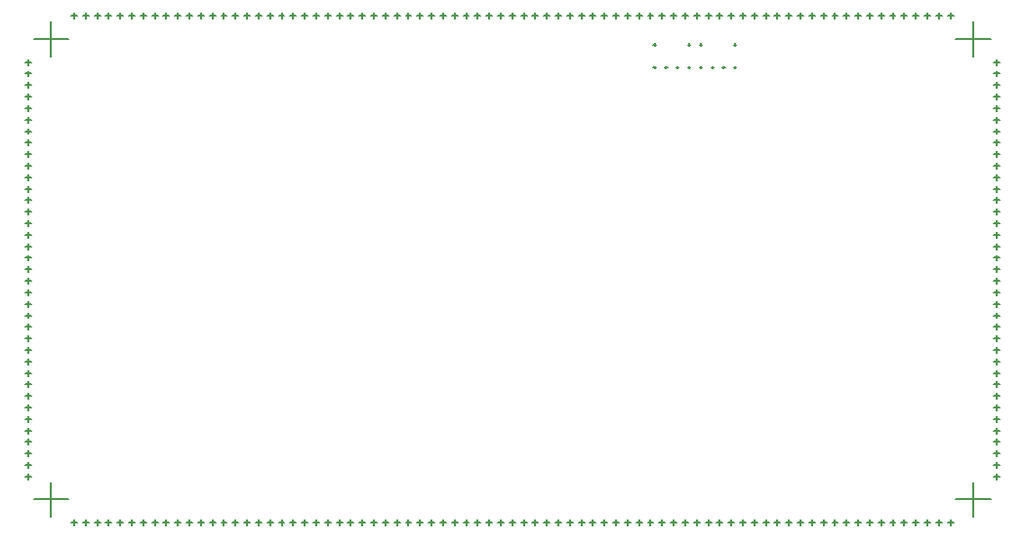
<source format=gbr>
%TF.GenerationSoftware,Altium Limited,Altium Designer,20.0.13 (296)*%
G04 Layer_Color=128*
%FSLAX26Y26*%
%MOIN*%
%TF.FileFunction,Drillmap*%
%TF.Part,Single*%
G01*
G75*
%TA.AperFunction,NonConductor*%
%ADD93C,0.005000*%
D93*
X3021654Y-78740D02*
X3041339D01*
X3031496Y-88583D02*
Y-68898D01*
X3061024Y-78740D02*
X3080709D01*
X3070866Y-88583D02*
Y-68898D01*
X2982284Y-78740D02*
X3001969D01*
X2992126Y-88583D02*
Y-68898D01*
X2942914Y-78740D02*
X2962599D01*
X2952756Y-88583D02*
Y-68898D01*
X2903544Y-78740D02*
X2923229D01*
X2913386Y-88583D02*
Y-68898D01*
X2864174Y-78740D02*
X2883859D01*
X2874016Y-88583D02*
Y-68898D01*
X2667324Y-78740D02*
X2687009D01*
X2677166Y-88583D02*
Y-68898D01*
X2706694Y-78740D02*
X2726379D01*
X2716536Y-88583D02*
Y-68898D01*
X2746064Y-78740D02*
X2765749D01*
X2755906Y-88583D02*
Y-68898D01*
X2785434Y-78740D02*
X2805119D01*
X2795276Y-88583D02*
Y-68898D01*
X2824804Y-78740D02*
X2844489D01*
X2834646Y-88583D02*
Y-68898D01*
X2431104Y-78740D02*
X2450789D01*
X2440946Y-88583D02*
Y-68898D01*
X2391734Y-78740D02*
X2411419D01*
X2401576Y-88583D02*
Y-68898D01*
X2352364Y-78740D02*
X2372049D01*
X2362206Y-88583D02*
Y-68898D01*
X2312994Y-78740D02*
X2332679D01*
X2322836Y-88583D02*
Y-68898D01*
X2273624Y-78740D02*
X2293309D01*
X2283466Y-88583D02*
Y-68898D01*
X2470474Y-78740D02*
X2490159D01*
X2480316Y-88583D02*
Y-68898D01*
X2509844Y-78740D02*
X2529529D01*
X2519686Y-88583D02*
Y-68898D01*
X2549214Y-78740D02*
X2568899D01*
X2559056Y-88583D02*
Y-68898D01*
X2588584Y-78740D02*
X2608269D01*
X2598426Y-88583D02*
Y-68898D01*
X2627954Y-78740D02*
X2647639D01*
X2637796Y-88583D02*
Y-68898D01*
X2037404Y-78740D02*
X2057089D01*
X2047246Y-88583D02*
Y-68898D01*
X1998034Y-78740D02*
X2017719D01*
X2007876Y-88583D02*
Y-68898D01*
X1958664Y-78740D02*
X1978349D01*
X1968506Y-88583D02*
Y-68898D01*
X1919294Y-78740D02*
X1938979D01*
X1929136Y-88583D02*
Y-68898D01*
X1879924Y-78740D02*
X1899609D01*
X1889766Y-88583D02*
Y-68898D01*
X2076774Y-78740D02*
X2096459D01*
X2086616Y-88583D02*
Y-68898D01*
X2116144Y-78740D02*
X2135829D01*
X2125986Y-88583D02*
Y-68898D01*
X2155514Y-78740D02*
X2175199D01*
X2165356Y-88583D02*
Y-68898D01*
X2194884Y-78740D02*
X2214569D01*
X2204726Y-88583D02*
Y-68898D01*
X2234254Y-78740D02*
X2253939D01*
X2244096Y-88583D02*
Y-68898D01*
X1643704Y-78740D02*
X1663389D01*
X1653546Y-88583D02*
Y-68898D01*
X1604334Y-78740D02*
X1624019D01*
X1614176Y-88583D02*
Y-68898D01*
X1564964Y-78740D02*
X1584649D01*
X1574806Y-88583D02*
Y-68898D01*
X1525594Y-78740D02*
X1545279D01*
X1535436Y-88583D02*
Y-68898D01*
X1486224Y-78740D02*
X1505909D01*
X1496066Y-88583D02*
Y-68898D01*
X1683074Y-78740D02*
X1702759D01*
X1692916Y-88583D02*
Y-68898D01*
X1722444Y-78740D02*
X1742129D01*
X1732286Y-88583D02*
Y-68898D01*
X1761814Y-78740D02*
X1781499D01*
X1771656Y-88583D02*
Y-68898D01*
X1801184Y-78740D02*
X1820869D01*
X1811026Y-88583D02*
Y-68898D01*
X1840554Y-78740D02*
X1860239D01*
X1850396Y-88583D02*
Y-68898D01*
X1250004Y-78740D02*
X1269689D01*
X1259846Y-88583D02*
Y-68898D01*
X1210634Y-78740D02*
X1230319D01*
X1220476Y-88583D02*
Y-68898D01*
X1171264Y-78740D02*
X1190949D01*
X1181106Y-88583D02*
Y-68898D01*
X1131894Y-78740D02*
X1151579D01*
X1141736Y-88583D02*
Y-68898D01*
X1092524Y-78740D02*
X1112209D01*
X1102366Y-88583D02*
Y-68898D01*
X1289374Y-78740D02*
X1309059D01*
X1299216Y-88583D02*
Y-68898D01*
X1328744Y-78740D02*
X1348429D01*
X1338586Y-88583D02*
Y-68898D01*
X1368114Y-78740D02*
X1387799D01*
X1377956Y-88583D02*
Y-68898D01*
X1407484Y-78740D02*
X1427169D01*
X1417326Y-88583D02*
Y-68898D01*
X1446854Y-78740D02*
X1466539D01*
X1456696Y-88583D02*
Y-68898D01*
X856304Y-78740D02*
X875989D01*
X866146Y-88583D02*
Y-68898D01*
X816934Y-78740D02*
X836619D01*
X826776Y-88583D02*
Y-68898D01*
X777564Y-78740D02*
X797249D01*
X787406Y-88583D02*
Y-68898D01*
X738194Y-78740D02*
X757879D01*
X748036Y-88583D02*
Y-68898D01*
X698824Y-78740D02*
X718509D01*
X708666Y-88583D02*
Y-68898D01*
X895674Y-78740D02*
X915359D01*
X905516Y-88583D02*
Y-68898D01*
X935044Y-78740D02*
X954729D01*
X944886Y-88583D02*
Y-68898D01*
X974414Y-78740D02*
X994099D01*
X984256Y-88583D02*
Y-68898D01*
X1013784Y-78740D02*
X1033469D01*
X1023626Y-88583D02*
Y-68898D01*
X1053154Y-78740D02*
X1072839D01*
X1062996Y-88583D02*
Y-68898D01*
X462604Y-78740D02*
X482289D01*
X472446Y-88583D02*
Y-68898D01*
X423234Y-78740D02*
X442919D01*
X433076Y-88583D02*
Y-68898D01*
X383864Y-78740D02*
X403549D01*
X393706Y-88583D02*
Y-68898D01*
X344494Y-78740D02*
X364179D01*
X354336Y-88583D02*
Y-68898D01*
X305124Y-78740D02*
X324809D01*
X314966Y-88583D02*
Y-68898D01*
X501974Y-78740D02*
X521659D01*
X511816Y-88583D02*
Y-68898D01*
X541344Y-78740D02*
X561029D01*
X551186Y-88583D02*
Y-68898D01*
X580714Y-78740D02*
X600399D01*
X590556Y-88583D02*
Y-68898D01*
X620084Y-78740D02*
X639769D01*
X629926Y-88583D02*
Y-68898D01*
X659454Y-78740D02*
X679139D01*
X669296Y-88583D02*
Y-68898D01*
X68904Y-78740D02*
X88589D01*
X78746Y-88583D02*
Y-68898D01*
X108274Y-78740D02*
X127959D01*
X118116Y-88583D02*
Y-68898D01*
X147644Y-78740D02*
X167329D01*
X157486Y-88583D02*
Y-68898D01*
X187014Y-78740D02*
X206699D01*
X196856Y-88583D02*
Y-68898D01*
X226384Y-78740D02*
X246069D01*
X236226Y-88583D02*
Y-68898D01*
X265754Y-78740D02*
X285439D01*
X275596Y-88583D02*
Y-68898D01*
X2864168Y1653543D02*
X2883853D01*
X2874010Y1643701D02*
Y1663386D01*
X2903538Y1653543D02*
X2923223D01*
X2913380Y1643701D02*
Y1663386D01*
X2942908Y1653543D02*
X2962593D01*
X2952750Y1643701D02*
Y1663386D01*
X2982278Y1653543D02*
X3001963D01*
X2992120Y1643701D02*
Y1663386D01*
X3021648Y1653543D02*
X3041333D01*
X3031490Y1643701D02*
Y1663386D01*
X3061018Y1653543D02*
X3080703D01*
X3070860Y1643701D02*
Y1663386D01*
X2470468Y1653543D02*
X2490153D01*
X2480310Y1643701D02*
Y1663386D01*
X2509838Y1653543D02*
X2529523D01*
X2519680Y1643701D02*
Y1663386D01*
X2549208Y1653543D02*
X2568893D01*
X2559050Y1643701D02*
Y1663386D01*
X2588578Y1653543D02*
X2608263D01*
X2598420Y1643701D02*
Y1663386D01*
X2627948Y1653543D02*
X2647633D01*
X2637790Y1643701D02*
Y1663386D01*
X2824798Y1653543D02*
X2844483D01*
X2834640Y1643701D02*
Y1663386D01*
X2785428Y1653543D02*
X2805113D01*
X2795270Y1643701D02*
Y1663386D01*
X2746058Y1653543D02*
X2765743D01*
X2755900Y1643701D02*
Y1663386D01*
X2706688Y1653543D02*
X2726373D01*
X2716530Y1643701D02*
Y1663386D01*
X2667318Y1653543D02*
X2687003D01*
X2677160Y1643701D02*
Y1663386D01*
X2076768Y1653543D02*
X2096453D01*
X2086610Y1643701D02*
Y1663386D01*
X2116138Y1653543D02*
X2135823D01*
X2125980Y1643701D02*
Y1663386D01*
X2155508Y1653543D02*
X2175193D01*
X2165350Y1643701D02*
Y1663386D01*
X2194878Y1653543D02*
X2214563D01*
X2204720Y1643701D02*
Y1663386D01*
X2234248Y1653543D02*
X2253933D01*
X2244090Y1643701D02*
Y1663386D01*
X2431098Y1653543D02*
X2450783D01*
X2440940Y1643701D02*
Y1663386D01*
X2391728Y1653543D02*
X2411413D01*
X2401570Y1643701D02*
Y1663386D01*
X2352358Y1653543D02*
X2372043D01*
X2362200Y1643701D02*
Y1663386D01*
X2312988Y1653543D02*
X2332673D01*
X2322830Y1643701D02*
Y1663386D01*
X2273618Y1653543D02*
X2293303D01*
X2283460Y1643701D02*
Y1663386D01*
X1683068Y1653543D02*
X1702753D01*
X1692910Y1643701D02*
Y1663386D01*
X1722438Y1653543D02*
X1742123D01*
X1732280Y1643701D02*
Y1663386D01*
X1761808Y1653543D02*
X1781493D01*
X1771650Y1643701D02*
Y1663386D01*
X1801178Y1653543D02*
X1820863D01*
X1811020Y1643701D02*
Y1663386D01*
X1840548Y1653543D02*
X1860233D01*
X1850390Y1643701D02*
Y1663386D01*
X2037398Y1653543D02*
X2057083D01*
X2047240Y1643701D02*
Y1663386D01*
X1998028Y1653543D02*
X2017713D01*
X2007870Y1643701D02*
Y1663386D01*
X1958658Y1653543D02*
X1978343D01*
X1968500Y1643701D02*
Y1663386D01*
X1919288Y1653543D02*
X1938973D01*
X1929130Y1643701D02*
Y1663386D01*
X1879918Y1653543D02*
X1899603D01*
X1889760Y1643701D02*
Y1663386D01*
X1289368Y1653543D02*
X1309053D01*
X1299210Y1643701D02*
Y1663386D01*
X1328738Y1653543D02*
X1348423D01*
X1338580Y1643701D02*
Y1663386D01*
X1368108Y1653543D02*
X1387793D01*
X1377950Y1643701D02*
Y1663386D01*
X1407478Y1653543D02*
X1427163D01*
X1417320Y1643701D02*
Y1663386D01*
X1446848Y1653543D02*
X1466533D01*
X1456690Y1643701D02*
Y1663386D01*
X1643698Y1653543D02*
X1663383D01*
X1653540Y1643701D02*
Y1663386D01*
X1604328Y1653543D02*
X1624013D01*
X1614170Y1643701D02*
Y1663386D01*
X1564958Y1653543D02*
X1584643D01*
X1574800Y1643701D02*
Y1663386D01*
X1525588Y1653543D02*
X1545273D01*
X1535430Y1643701D02*
Y1663386D01*
X1486218Y1653543D02*
X1505903D01*
X1496060Y1643701D02*
Y1663386D01*
X895668Y1653543D02*
X915353D01*
X905510Y1643701D02*
Y1663386D01*
X935038Y1653543D02*
X954723D01*
X944880Y1643701D02*
Y1663386D01*
X974408Y1653543D02*
X994093D01*
X984250Y1643701D02*
Y1663386D01*
X1013778Y1653543D02*
X1033463D01*
X1023620Y1643701D02*
Y1663386D01*
X1053148Y1653543D02*
X1072833D01*
X1062990Y1643701D02*
Y1663386D01*
X1249998Y1653543D02*
X1269683D01*
X1259840Y1643701D02*
Y1663386D01*
X1210628Y1653543D02*
X1230313D01*
X1220470Y1643701D02*
Y1663386D01*
X1171258Y1653543D02*
X1190943D01*
X1181100Y1643701D02*
Y1663386D01*
X1131888Y1653543D02*
X1151573D01*
X1141730Y1643701D02*
Y1663386D01*
X1092518Y1653543D02*
X1112203D01*
X1102360Y1643701D02*
Y1663386D01*
X501968Y1653543D02*
X521653D01*
X511810Y1643701D02*
Y1663386D01*
X541338Y1653543D02*
X561023D01*
X551180Y1643701D02*
Y1663386D01*
X580708Y1653543D02*
X600393D01*
X590550Y1643701D02*
Y1663386D01*
X620078Y1653543D02*
X639763D01*
X629920Y1643701D02*
Y1663386D01*
X659448Y1653543D02*
X679133D01*
X669290Y1643701D02*
Y1663386D01*
X856298Y1653543D02*
X875983D01*
X866140Y1643701D02*
Y1663386D01*
X816928Y1653543D02*
X836613D01*
X826770Y1643701D02*
Y1663386D01*
X777558Y1653543D02*
X797243D01*
X787400Y1643701D02*
Y1663386D01*
X738188Y1653543D02*
X757873D01*
X748030Y1643701D02*
Y1663386D01*
X698818Y1653543D02*
X718503D01*
X708660Y1643701D02*
Y1663386D01*
X305118Y1653543D02*
X324803D01*
X314960Y1643701D02*
Y1663386D01*
X344488Y1653543D02*
X364173D01*
X354330Y1643701D02*
Y1663386D01*
X383858Y1653543D02*
X403543D01*
X393700Y1643701D02*
Y1663386D01*
X423228Y1653543D02*
X442913D01*
X433070Y1643701D02*
Y1663386D01*
X462598Y1653543D02*
X482283D01*
X472440Y1643701D02*
Y1663386D01*
X265748Y1653543D02*
X285433D01*
X275590Y1643701D02*
Y1663386D01*
X226378Y1653543D02*
X246063D01*
X236220Y1643701D02*
Y1663386D01*
X187008Y1653543D02*
X206693D01*
X196850Y1643701D02*
Y1663386D01*
X147638Y1653543D02*
X167323D01*
X157480Y1643701D02*
Y1663386D01*
X68898Y1653543D02*
X88583D01*
X78740Y1643701D02*
Y1663386D01*
X108268Y1653543D02*
X127953D01*
X118110Y1643701D02*
Y1663386D01*
X3218504Y1299213D02*
X3238189D01*
X3228346Y1289370D02*
Y1309055D01*
X3218504Y1259843D02*
X3238189D01*
X3228346Y1250000D02*
Y1269685D01*
X3218504Y1220473D02*
X3238189D01*
X3228346Y1210630D02*
Y1230315D01*
X3218504Y1181102D02*
X3238189D01*
X3228346Y1171260D02*
Y1190945D01*
X3218504Y1141732D02*
X3238189D01*
X3228346Y1131890D02*
Y1151575D01*
X3218504Y1102362D02*
X3238189D01*
X3228346Y1092520D02*
Y1112205D01*
X3218504Y1062992D02*
X3238189D01*
X3228346Y1053150D02*
Y1072835D01*
X3218504Y1023622D02*
X3238189D01*
X3228346Y1013780D02*
Y1033465D01*
X3218504Y984252D02*
X3238189D01*
X3228346Y974410D02*
Y994095D01*
X3218504Y944882D02*
X3238189D01*
X3228346Y935039D02*
Y954725D01*
X3218504Y905512D02*
X3238189D01*
X3228346Y895669D02*
Y915354D01*
X3218504Y866142D02*
X3238189D01*
X3228346Y856299D02*
Y875984D01*
X3218504Y826772D02*
X3238189D01*
X3228346Y816929D02*
Y836614D01*
X3218504Y787402D02*
X3238189D01*
X3228346Y777559D02*
Y797244D01*
X3218504Y748032D02*
X3238189D01*
X3228346Y738189D02*
Y757874D01*
X3218504Y708662D02*
X3238189D01*
X3228346Y698819D02*
Y718504D01*
X3218504Y669291D02*
X3238189D01*
X3228346Y659449D02*
Y679134D01*
X3218504Y629921D02*
X3238189D01*
X3228346Y620079D02*
Y639764D01*
X3218504Y590551D02*
X3238189D01*
X3228346Y580709D02*
Y600394D01*
X3218504Y551181D02*
X3238189D01*
X3228346Y541339D02*
Y561024D01*
X3218504Y78740D02*
X3238189D01*
X3228346Y68898D02*
Y88583D01*
X3218504Y118110D02*
X3238189D01*
X3228346Y108268D02*
Y127953D01*
X3218504Y157480D02*
X3238189D01*
X3228346Y147638D02*
Y167323D01*
X3218504Y196850D02*
X3238189D01*
X3228346Y187008D02*
Y206693D01*
X3218504Y236220D02*
X3238189D01*
X3228346Y226378D02*
Y246063D01*
X3218504Y275591D02*
X3238189D01*
X3228346Y265748D02*
Y285433D01*
X3218504Y314961D02*
X3238189D01*
X3228346Y305118D02*
Y324803D01*
X3218504Y354331D02*
X3238189D01*
X3228346Y344488D02*
Y364173D01*
X3218504Y393701D02*
X3238189D01*
X3228346Y383858D02*
Y403543D01*
X3218504Y433071D02*
X3238189D01*
X3228346Y423228D02*
Y442913D01*
X3218504Y472441D02*
X3238189D01*
X3228346Y462599D02*
Y482284D01*
X3218504Y511811D02*
X3238189D01*
X3228346Y501969D02*
Y521654D01*
X3218504Y1338583D02*
X3238189D01*
X3228346Y1328740D02*
Y1348425D01*
X3218504Y1377953D02*
X3238189D01*
X3228346Y1368110D02*
Y1387795D01*
X3218504Y1417323D02*
X3238189D01*
X3228346Y1407480D02*
Y1427165D01*
X3218504Y1456693D02*
X3238189D01*
X3228346Y1446851D02*
Y1466535D01*
X3218504Y1496063D02*
X3238189D01*
X3228346Y1486221D02*
Y1505906D01*
X3090551Y1574803D02*
X3208661D01*
X3149606Y1515748D02*
Y1633858D01*
X3090551Y0D02*
X3208661D01*
X3149606Y-59055D02*
Y59055D01*
X-59055Y1574803D02*
X59055D01*
X0Y1515748D02*
Y1633858D01*
X-59055Y0D02*
X59055D01*
X0Y-59055D02*
Y59055D01*
X-88583Y78740D02*
X-68898D01*
X-78740Y68898D02*
Y88583D01*
X-88583Y118110D02*
X-68898D01*
X-78740Y108268D02*
Y127953D01*
X-88583Y157480D02*
X-68898D01*
X-78740Y147638D02*
Y167323D01*
X-88583Y196850D02*
X-68898D01*
X-78740Y187008D02*
Y206693D01*
X-88583Y236220D02*
X-68898D01*
X-78740Y226378D02*
Y246063D01*
X-88583Y1062992D02*
X-68898D01*
X-78740Y1053150D02*
Y1072835D01*
X-88583Y1102362D02*
X-68898D01*
X-78740Y1092520D02*
Y1112205D01*
X-88583Y1141732D02*
X-68898D01*
X-78740Y1131890D02*
Y1151575D01*
X-88583Y1181102D02*
X-68898D01*
X-78740Y1171260D02*
Y1190945D01*
X-88583Y1220473D02*
X-68898D01*
X-78740Y1210630D02*
Y1230315D01*
X-88583Y1259842D02*
X-68898D01*
X-78740Y1250000D02*
Y1269685D01*
X-88583Y1299213D02*
X-68898D01*
X-78740Y1289370D02*
Y1309055D01*
X-88583Y1338583D02*
X-68898D01*
X-78740Y1328740D02*
Y1348425D01*
X-88583Y1377953D02*
X-68898D01*
X-78740Y1368110D02*
Y1387795D01*
X-88583Y1417323D02*
X-68898D01*
X-78740Y1407480D02*
Y1427165D01*
X-88583Y1456693D02*
X-68898D01*
X-78740Y1446850D02*
Y1466535D01*
X-88583Y1496063D02*
X-68898D01*
X-78740Y1486220D02*
Y1505906D01*
X-88583Y1023622D02*
X-68898D01*
X-78740Y1013779D02*
Y1033465D01*
X-88583Y984252D02*
X-68898D01*
X-78740Y974409D02*
Y994094D01*
X-88583Y944882D02*
X-68898D01*
X-78740Y935039D02*
Y954724D01*
X-88583Y905512D02*
X-68898D01*
X-78740Y895669D02*
Y915354D01*
X-88583Y866142D02*
X-68898D01*
X-78740Y856299D02*
Y875984D01*
X-88583Y826772D02*
X-68898D01*
X-78740Y816929D02*
Y836614D01*
X-88583Y787402D02*
X-68898D01*
X-78740Y777559D02*
Y797244D01*
X-88583Y748032D02*
X-68898D01*
X-78740Y738189D02*
Y757874D01*
X-88583Y708661D02*
X-68898D01*
X-78740Y698819D02*
Y718504D01*
X-88583Y669291D02*
X-68898D01*
X-78740Y659449D02*
Y679134D01*
X-88583Y629921D02*
X-68898D01*
X-78740Y620079D02*
Y639764D01*
X-88583Y590551D02*
X-68898D01*
X-78740Y580709D02*
Y600394D01*
X-88583Y551181D02*
X-68898D01*
X-78740Y541339D02*
Y561024D01*
X-88583Y511811D02*
X-68898D01*
X-78740Y501969D02*
Y521654D01*
X-88583Y472441D02*
X-68898D01*
X-78740Y462598D02*
Y482283D01*
X-88583Y433071D02*
X-68898D01*
X-78740Y423228D02*
Y442913D01*
X-88583Y393701D02*
X-68898D01*
X-78740Y383858D02*
Y403543D01*
X-88583Y354331D02*
X-68898D01*
X-78740Y344488D02*
Y364173D01*
X-88583Y314961D02*
X-68898D01*
X-78740Y305118D02*
Y324803D01*
X-88583Y275591D02*
X-68898D01*
X-78740Y265748D02*
Y285433D01*
X2096457Y1477362D02*
X2104331D01*
X2100394Y1473425D02*
Y1481299D01*
X2135827Y1477362D02*
X2143701D01*
X2139764Y1473425D02*
Y1481299D01*
X2175197Y1477362D02*
X2183071D01*
X2179134Y1473425D02*
Y1481299D01*
X2214567Y1477362D02*
X2222441D01*
X2218504Y1473425D02*
Y1481299D01*
X2253937Y1477362D02*
X2261811D01*
X2257874Y1473425D02*
Y1481299D01*
X2293307Y1477362D02*
X2301181D01*
X2297244Y1473425D02*
Y1481299D01*
X2332677Y1477362D02*
X2340551D01*
X2336614Y1473425D02*
Y1481299D01*
X2332677Y1556102D02*
X2340551D01*
X2336614Y1552165D02*
Y1560039D01*
X2214567Y1556102D02*
X2222441D01*
X2218504Y1552165D02*
Y1560039D01*
X2175197Y1556102D02*
X2183071D01*
X2179134Y1552165D02*
Y1560039D01*
X2057086Y1477362D02*
X2064961D01*
X2061023Y1473425D02*
Y1481299D01*
X2057086Y1556102D02*
X2064961D01*
X2061023Y1552165D02*
Y1560039D01*
%TF.MD5,4d0b3fa36a4bc91274986e916d0fcc9e*%
M02*

</source>
